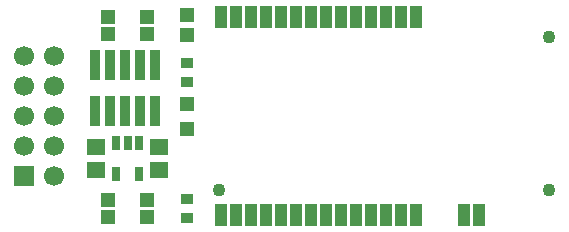
<source format=gbr>
%TF.GenerationSoftware,Altium Limited,Altium Designer,22.7.1 (60)*%
G04 Layer_Color=8388736*
%FSLAX45Y45*%
%MOMM*%
%TF.SameCoordinates,4B427231-4539-4B88-BEA9-E7C0DB0DE592*%
%TF.FilePolarity,Negative*%
%TF.FileFunction,Soldermask,Top*%
%TF.Part,Single*%
G01*
G75*
%TA.AperFunction,ComponentPad*%
%ADD24R,1.70000X1.70000*%
%ADD25C,1.70000*%
%TA.AperFunction,SMDPad,CuDef*%
%ADD26R,1.10000X0.90010*%
%ADD27R,1.60012X1.39997*%
%ADD28R,1.29990X1.20007*%
G04:AMPARAMS|DCode=29|XSize=1.1mm|YSize=1.1mm|CornerRadius=0.55mm|HoleSize=0mm|Usage=FLASHONLY|Rotation=0.000|XOffset=0mm|YOffset=0mm|HoleType=Round|Shape=RoundedRectangle|*
%AMROUNDEDRECTD29*
21,1,1.10000,0.00000,0,0,0.0*
21,1,0.00000,1.10000,0,0,0.0*
1,1,1.10000,0.00000,0.00000*
1,1,1.10000,0.00000,0.00000*
1,1,1.10000,0.00000,0.00000*
1,1,1.10000,0.00000,0.00000*
%
%ADD29ROUNDEDRECTD29*%
%ADD30R,1.18001X1.15004*%
%ADD31R,0.64991X1.29990*%
%ADD32R,1.04005X1.90010*%
%TA.AperFunction,ConnectorPad*%
%ADD33R,1.25011X1.15004*%
%TA.AperFunction,SMDPad,CuDef*%
%ADD34R,1.25011X1.15004*%
%ADD35R,0.85997X2.50005*%
D24*
X149708Y519709D02*
D03*
D25*
X403708Y1281709D02*
D03*
X149708Y1535709D02*
D03*
Y1281709D02*
D03*
X403708Y1027709D02*
D03*
X149708D02*
D03*
X403708Y773709D02*
D03*
X149708D02*
D03*
X403708Y519709D02*
D03*
Y1535709D02*
D03*
D26*
X1529994Y170002D02*
D03*
Y330022D02*
D03*
Y1480007D02*
D03*
Y1319987D02*
D03*
D27*
X1299997Y764997D02*
D03*
Y575005D02*
D03*
X759993Y764997D02*
D03*
Y575005D02*
D03*
D28*
X1529994Y1129995D02*
D03*
Y919988D02*
D03*
D29*
X1799996Y399999D02*
D03*
X4599991D02*
D03*
Y1699997D02*
D03*
D30*
X1529994Y1712493D02*
D03*
Y1887499D02*
D03*
D31*
X1124991Y539979D02*
D03*
X934999D02*
D03*
Y800024D02*
D03*
X1029995D02*
D03*
X1124991D02*
D03*
D32*
X3471012Y190017D02*
D03*
Y1869999D02*
D03*
X4007002Y190017D02*
D03*
X3880002D02*
D03*
X3344012D02*
D03*
X3217012D02*
D03*
X3090012D02*
D03*
X2963012D02*
D03*
X2836012D02*
D03*
X2709012D02*
D03*
X2582012D02*
D03*
X2455012D02*
D03*
X2328012D02*
D03*
X2201012D02*
D03*
X2074012D02*
D03*
X1947012D02*
D03*
X1820012D02*
D03*
X3344012Y1869999D02*
D03*
X3217012D02*
D03*
X3090012D02*
D03*
X2963012D02*
D03*
X2836012D02*
D03*
X2709012D02*
D03*
X2582012D02*
D03*
X2455012D02*
D03*
X2328012D02*
D03*
X2201012D02*
D03*
X2074012D02*
D03*
X1947012D02*
D03*
X1820012D02*
D03*
D33*
X1197483Y322504D02*
D03*
Y177521D02*
D03*
X862508D02*
D03*
Y322504D02*
D03*
D34*
Y1727505D02*
D03*
Y1872488D02*
D03*
X1197483D02*
D03*
Y1727505D02*
D03*
D35*
X1264006Y1464996D02*
D03*
Y1075004D02*
D03*
X1137006Y1464996D02*
D03*
Y1075004D02*
D03*
X1010006Y1464996D02*
D03*
Y1075004D02*
D03*
X883006Y1464996D02*
D03*
Y1075004D02*
D03*
X756006Y1464996D02*
D03*
Y1075004D02*
D03*
%TF.MD5,b9b16249089c87ca3160adb1b8e7eb79*%
M02*

</source>
